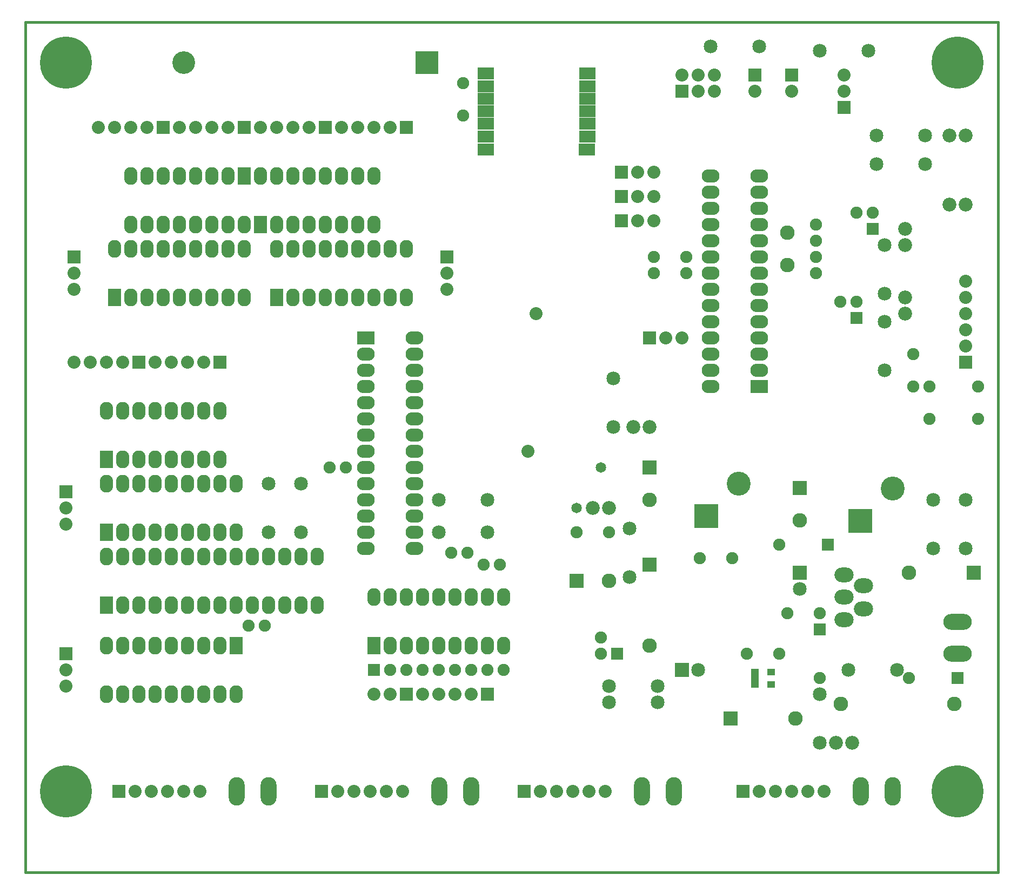
<source format=gts>
G04 (created by PCBNEW-RS274X (2011-05-25)-stable) date Tue 07 Aug 2012 06:20:32 PM MDT*
G01*
G70*
G90*
%MOIN*%
G04 Gerber Fmt 3.4, Leading zero omitted, Abs format*
%FSLAX34Y34*%
G04 APERTURE LIST*
%ADD10C,0.006000*%
%ADD11C,0.015000*%
%ADD12C,0.080000*%
%ADD13R,0.140000X0.140000*%
%ADD14C,0.140000*%
%ADD15R,0.080000X0.080000*%
%ADD16C,0.086000*%
%ADD17O,0.110000X0.082000*%
%ADD18R,0.110000X0.082000*%
%ADD19O,0.082000X0.110000*%
%ADD20R,0.082000X0.110000*%
%ADD21C,0.090000*%
%ADD22R,0.090000X0.090000*%
%ADD23R,0.075000X0.075000*%
%ADD24C,0.075000*%
%ADD25R,0.098700X0.075100*%
%ADD26O,0.176000X0.098000*%
%ADD27R,0.085000X0.085000*%
%ADD28C,0.085000*%
%ADD29R,0.050000X0.040000*%
%ADD30O,0.098000X0.176000*%
%ADD31O,0.118400X0.090900*%
%ADD32C,0.320000*%
%ADD33R,0.147600X0.147600*%
%ADD34C,0.147600*%
%ADD35C,0.065000*%
G04 APERTURE END LIST*
G54D10*
G54D11*
X28250Y-64750D02*
X28250Y-62500D01*
X88250Y-64750D02*
X88250Y-62500D01*
X88250Y-61250D02*
X88250Y-62500D01*
X28250Y-62500D02*
X28250Y-60750D01*
X28250Y-12250D02*
X28250Y-62250D01*
X88250Y-12250D02*
X28250Y-12250D01*
X88250Y-62250D02*
X88250Y-12250D01*
X28250Y-64750D02*
X88250Y-64750D01*
G54D12*
X59250Y-38750D03*
G54D13*
X53000Y-14750D03*
G54D14*
X38000Y-14750D03*
G54D15*
X65000Y-23000D03*
G54D12*
X66000Y-23000D03*
X67000Y-23000D03*
G54D15*
X65000Y-24500D03*
G54D12*
X66000Y-24500D03*
X67000Y-24500D03*
G54D15*
X65000Y-21500D03*
G54D12*
X66000Y-21500D03*
X67000Y-21500D03*
G54D15*
X34000Y-59750D03*
G54D12*
X35000Y-59750D03*
X36000Y-59750D03*
X37000Y-59750D03*
X38000Y-59750D03*
X39000Y-59750D03*
G54D15*
X46500Y-59750D03*
G54D12*
X47500Y-59750D03*
X48500Y-59750D03*
X49500Y-59750D03*
X50500Y-59750D03*
X51500Y-59750D03*
G54D16*
X85250Y-19250D03*
X86250Y-19250D03*
X86250Y-23500D03*
X85250Y-23500D03*
G54D17*
X49250Y-32750D03*
X49250Y-33750D03*
X49250Y-34750D03*
X49250Y-35750D03*
X49250Y-36750D03*
X49250Y-37750D03*
X49250Y-38750D03*
X49250Y-39750D03*
X49250Y-40750D03*
X49250Y-41750D03*
X49250Y-42750D03*
X49250Y-43750D03*
X49250Y-44750D03*
G54D18*
X49250Y-31750D03*
G54D17*
X52250Y-44750D03*
X52250Y-43750D03*
X52250Y-42750D03*
X52250Y-41750D03*
X52250Y-40750D03*
X52250Y-39750D03*
X52250Y-38750D03*
X52250Y-37750D03*
X52250Y-36750D03*
X52250Y-35750D03*
X52250Y-34750D03*
X52250Y-33750D03*
X52250Y-32750D03*
X52250Y-31750D03*
G54D19*
X34250Y-48250D03*
X35250Y-48250D03*
X36250Y-48250D03*
X37250Y-48250D03*
X38250Y-48250D03*
X39250Y-48250D03*
X40250Y-48250D03*
X41250Y-48250D03*
X42250Y-48250D03*
X43250Y-48250D03*
X44250Y-48250D03*
X45250Y-48250D03*
X46250Y-48250D03*
G54D20*
X33250Y-48250D03*
G54D19*
X46250Y-45250D03*
X45250Y-45250D03*
X44250Y-45250D03*
X43250Y-45250D03*
X42250Y-45250D03*
X41250Y-45250D03*
X40250Y-45250D03*
X39250Y-45250D03*
X38250Y-45250D03*
X37250Y-45250D03*
X36250Y-45250D03*
X35250Y-45250D03*
X34250Y-45250D03*
X33250Y-45250D03*
G54D20*
X49750Y-50750D03*
G54D19*
X50750Y-50750D03*
X51750Y-50750D03*
X52750Y-50750D03*
X53750Y-50750D03*
X54750Y-50750D03*
X55750Y-50750D03*
X56750Y-50750D03*
X57750Y-50750D03*
X57750Y-47750D03*
X56750Y-47750D03*
X55750Y-47750D03*
X54750Y-47750D03*
X53750Y-47750D03*
X52750Y-47750D03*
X51750Y-47750D03*
X50750Y-47750D03*
X49750Y-47750D03*
G54D21*
X82750Y-46250D03*
G54D22*
X86750Y-46250D03*
G54D23*
X85750Y-52750D03*
G54D24*
X82750Y-52750D03*
X69000Y-26750D03*
X67000Y-26750D03*
X74750Y-51250D03*
X72750Y-51250D03*
X55250Y-18000D03*
X55250Y-16000D03*
X77000Y-26750D03*
X77000Y-27750D03*
X69850Y-45350D03*
X71850Y-45350D03*
X77000Y-25750D03*
X77000Y-24750D03*
G54D15*
X59000Y-59750D03*
G54D12*
X60000Y-59750D03*
X61000Y-59750D03*
X62000Y-59750D03*
X63000Y-59750D03*
X64000Y-59750D03*
G54D22*
X66750Y-39750D03*
G54D21*
X66750Y-41750D03*
G54D24*
X83000Y-34750D03*
X83000Y-32750D03*
G54D21*
X66750Y-50750D03*
G54D22*
X66750Y-45750D03*
G54D21*
X75750Y-55250D03*
G54D22*
X71750Y-55250D03*
G54D23*
X77250Y-49750D03*
G54D24*
X77250Y-52750D03*
G54D23*
X77750Y-44500D03*
G54D24*
X74750Y-44500D03*
G54D15*
X72500Y-59750D03*
G54D12*
X73500Y-59750D03*
X74500Y-59750D03*
X75500Y-59750D03*
X76500Y-59750D03*
X77500Y-59750D03*
G54D25*
X62880Y-20093D03*
X62891Y-19305D03*
X62891Y-18518D03*
X62891Y-17750D03*
X62891Y-16982D03*
X62891Y-16195D03*
X62891Y-15407D03*
X56631Y-15407D03*
X56631Y-16195D03*
X56631Y-16982D03*
X56631Y-17750D03*
X56631Y-18518D03*
X56631Y-19305D03*
X56631Y-20093D03*
G54D17*
X73500Y-33750D03*
X73500Y-32750D03*
X73500Y-31750D03*
X73500Y-30750D03*
X73500Y-29750D03*
X73500Y-28750D03*
X73500Y-27750D03*
X73500Y-26750D03*
X73500Y-25750D03*
X73500Y-24750D03*
X73500Y-23750D03*
X73500Y-22750D03*
X73500Y-21750D03*
G54D18*
X73500Y-34750D03*
G54D17*
X70500Y-21750D03*
X70500Y-22750D03*
X70500Y-23750D03*
X70500Y-24750D03*
X70500Y-25750D03*
X70500Y-26750D03*
X70500Y-27750D03*
X70500Y-28750D03*
X70500Y-29750D03*
X70500Y-30750D03*
X70500Y-31750D03*
X70500Y-32750D03*
X70500Y-33750D03*
X70500Y-34750D03*
G54D15*
X68750Y-16500D03*
G54D12*
X68750Y-15500D03*
X69750Y-16500D03*
X69750Y-15500D03*
X70750Y-16500D03*
X70750Y-15500D03*
G54D24*
X87000Y-34750D03*
X87000Y-36750D03*
X84000Y-34750D03*
X84000Y-36750D03*
G54D26*
X85750Y-51240D03*
X85750Y-49270D03*
G54D27*
X68750Y-52250D03*
G54D28*
X69750Y-52250D03*
G54D22*
X62250Y-46750D03*
G54D21*
X64250Y-46750D03*
G54D24*
X64250Y-43750D03*
X62250Y-43750D03*
G54D22*
X76000Y-41000D03*
G54D21*
X76000Y-43000D03*
G54D27*
X76000Y-46250D03*
G54D28*
X76000Y-47250D03*
G54D24*
X75250Y-48750D03*
X77250Y-48750D03*
X67000Y-27750D03*
X69000Y-27750D03*
G54D28*
X67250Y-54250D03*
X64250Y-54250D03*
X64250Y-53250D03*
X67250Y-53250D03*
X86250Y-41750D03*
X86250Y-44750D03*
X84250Y-44750D03*
X84250Y-41750D03*
X45250Y-43750D03*
X45250Y-40750D03*
X70500Y-13750D03*
X73500Y-13750D03*
G54D23*
X64750Y-51250D03*
G54D24*
X63750Y-51250D03*
X63750Y-50250D03*
G54D29*
X73250Y-52375D03*
X73250Y-53125D03*
X74250Y-52375D03*
X73250Y-52750D03*
X74250Y-53125D03*
G54D21*
X75250Y-25250D03*
X75250Y-27250D03*
G54D20*
X43750Y-29250D03*
G54D19*
X44750Y-29250D03*
X45750Y-29250D03*
X46750Y-29250D03*
X47750Y-29250D03*
X48750Y-29250D03*
X49750Y-29250D03*
X50750Y-29250D03*
X51750Y-29250D03*
X51750Y-26250D03*
X50750Y-26250D03*
X49750Y-26250D03*
X48750Y-26250D03*
X47750Y-26250D03*
X46750Y-26250D03*
X45750Y-26250D03*
X44750Y-26250D03*
X43750Y-26250D03*
G54D20*
X33750Y-29250D03*
G54D19*
X34750Y-29250D03*
X35750Y-29250D03*
X36750Y-29250D03*
X37750Y-29250D03*
X38750Y-29250D03*
X39750Y-29250D03*
X40750Y-29250D03*
X41750Y-29250D03*
X41750Y-26250D03*
X40750Y-26250D03*
X39750Y-26250D03*
X38750Y-26250D03*
X37750Y-26250D03*
X36750Y-26250D03*
X35750Y-26250D03*
X34750Y-26250D03*
X33750Y-26250D03*
G54D20*
X33250Y-43750D03*
G54D19*
X34250Y-43750D03*
X35250Y-43750D03*
X36250Y-43750D03*
X37250Y-43750D03*
X38250Y-43750D03*
X39250Y-43750D03*
X40250Y-43750D03*
X41250Y-43750D03*
X41250Y-40750D03*
X40250Y-40750D03*
X39250Y-40750D03*
X38250Y-40750D03*
X37250Y-40750D03*
X36250Y-40750D03*
X35250Y-40750D03*
X34250Y-40750D03*
X33250Y-40750D03*
G54D20*
X41250Y-50750D03*
G54D19*
X40250Y-50750D03*
X39250Y-50750D03*
X38250Y-50750D03*
X37250Y-50750D03*
X36250Y-50750D03*
X35250Y-50750D03*
X34250Y-50750D03*
X33250Y-50750D03*
X33250Y-53750D03*
X34250Y-53750D03*
X35250Y-53750D03*
X36250Y-53750D03*
X37250Y-53750D03*
X38250Y-53750D03*
X39250Y-53750D03*
X40250Y-53750D03*
X41250Y-53750D03*
G54D28*
X83750Y-21000D03*
X80750Y-21000D03*
X83750Y-19250D03*
X80750Y-19250D03*
X53750Y-43750D03*
X56750Y-43750D03*
G54D30*
X41270Y-59750D03*
X43240Y-59750D03*
X79760Y-59750D03*
X81730Y-59750D03*
X53760Y-59750D03*
X55730Y-59750D03*
X66260Y-59750D03*
X68230Y-59750D03*
G54D20*
X41750Y-21750D03*
G54D19*
X40750Y-21750D03*
X39750Y-21750D03*
X38750Y-21750D03*
X37750Y-21750D03*
X36750Y-21750D03*
X35750Y-21750D03*
X34750Y-21750D03*
X34750Y-24750D03*
X35750Y-24750D03*
X36750Y-24750D03*
X37750Y-24750D03*
X38750Y-24750D03*
X39750Y-24750D03*
X40750Y-24750D03*
X41750Y-24750D03*
G54D20*
X42750Y-24750D03*
G54D19*
X43750Y-24750D03*
X44750Y-24750D03*
X45750Y-24750D03*
X46750Y-24750D03*
X47750Y-24750D03*
X48750Y-24750D03*
X49750Y-24750D03*
X49750Y-21750D03*
X48750Y-21750D03*
X47750Y-21750D03*
X46750Y-21750D03*
X45750Y-21750D03*
X44750Y-21750D03*
X43750Y-21750D03*
X42750Y-21750D03*
G54D15*
X86250Y-33250D03*
G54D12*
X86250Y-32250D03*
X86250Y-31250D03*
X86250Y-30250D03*
X86250Y-29250D03*
X86250Y-28250D03*
G54D31*
X78754Y-47750D03*
X78754Y-46372D03*
X78754Y-49128D03*
X79935Y-48459D03*
X79935Y-47041D03*
G54D32*
X30750Y-14750D03*
X85750Y-14750D03*
X30750Y-59750D03*
X85750Y-59750D03*
G54D23*
X49750Y-52250D03*
G54D24*
X50750Y-52250D03*
X51750Y-52250D03*
X52750Y-52250D03*
X53750Y-52250D03*
X54750Y-52250D03*
X55750Y-52250D03*
X56750Y-52250D03*
X57750Y-52250D03*
G54D28*
X81250Y-29000D03*
X81250Y-26000D03*
X81250Y-30750D03*
X81250Y-33750D03*
X53750Y-41750D03*
X56750Y-41750D03*
X43250Y-43750D03*
X43250Y-40750D03*
G54D15*
X51750Y-53750D03*
G54D12*
X50750Y-53750D03*
X49750Y-53750D03*
G54D15*
X54250Y-26750D03*
G54D12*
X54250Y-27750D03*
X54250Y-28750D03*
G54D15*
X31250Y-26750D03*
G54D12*
X31250Y-27750D03*
X31250Y-28750D03*
G54D15*
X30750Y-41250D03*
G54D12*
X30750Y-42250D03*
X30750Y-43250D03*
G54D15*
X30750Y-51250D03*
G54D12*
X30750Y-52250D03*
X30750Y-53250D03*
G54D16*
X82500Y-30250D03*
X82500Y-29250D03*
X82500Y-26000D03*
X82500Y-25000D03*
G54D20*
X33250Y-39250D03*
G54D19*
X34250Y-39250D03*
X35250Y-39250D03*
X36250Y-39250D03*
X37250Y-39250D03*
X38250Y-39250D03*
X39250Y-39250D03*
X40250Y-39250D03*
X40250Y-36250D03*
X39250Y-36250D03*
X38250Y-36250D03*
X37250Y-36250D03*
X36250Y-36250D03*
X35250Y-36250D03*
X34250Y-36250D03*
X33250Y-36250D03*
G54D15*
X41750Y-18750D03*
G54D12*
X40750Y-18750D03*
X39750Y-18750D03*
X38750Y-18750D03*
X37750Y-18750D03*
G54D15*
X51750Y-18750D03*
G54D12*
X50750Y-18750D03*
X49750Y-18750D03*
X48750Y-18750D03*
X47750Y-18750D03*
G54D15*
X56750Y-53750D03*
G54D12*
X55750Y-53750D03*
X54750Y-53750D03*
X53750Y-53750D03*
X52750Y-53750D03*
G54D15*
X40250Y-33250D03*
G54D12*
X39250Y-33250D03*
X38250Y-33250D03*
X37250Y-33250D03*
X36250Y-33250D03*
G54D23*
X79500Y-30500D03*
G54D24*
X79500Y-29500D03*
X78500Y-29500D03*
G54D23*
X80500Y-25000D03*
G54D24*
X80500Y-24000D03*
X79500Y-24000D03*
G54D15*
X75500Y-15500D03*
G54D12*
X75500Y-16500D03*
G54D15*
X73250Y-15500D03*
G54D12*
X73250Y-16500D03*
G54D15*
X36750Y-18750D03*
G54D12*
X35750Y-18750D03*
X34750Y-18750D03*
X33750Y-18750D03*
X32750Y-18750D03*
G54D15*
X46750Y-18750D03*
G54D12*
X45750Y-18750D03*
X44750Y-18750D03*
X43750Y-18750D03*
X42750Y-18750D03*
G54D15*
X35250Y-33250D03*
G54D12*
X34250Y-33250D03*
X33250Y-33250D03*
X32250Y-33250D03*
X31250Y-33250D03*
G54D28*
X77250Y-14000D03*
X80250Y-14000D03*
G54D15*
X66750Y-31750D03*
G54D12*
X67750Y-31750D03*
X68750Y-31750D03*
G54D15*
X78750Y-17500D03*
G54D12*
X78750Y-16500D03*
X78750Y-15500D03*
G54D21*
X78550Y-54350D03*
X85550Y-54350D03*
G54D33*
X70250Y-42750D03*
G54D34*
X72250Y-40750D03*
G54D33*
X79750Y-43050D03*
G54D34*
X81750Y-41050D03*
G54D24*
X42000Y-49500D03*
X43000Y-49500D03*
X48000Y-39750D03*
X47000Y-39750D03*
X54500Y-45000D03*
X55500Y-45000D03*
X56500Y-45750D03*
X57500Y-45750D03*
G54D28*
X79000Y-52250D03*
X82000Y-52250D03*
G54D35*
X63750Y-39750D03*
X62250Y-42250D03*
G54D16*
X66750Y-37250D03*
X65750Y-37250D03*
X78250Y-56750D03*
X79250Y-56750D03*
X63250Y-42250D03*
X64250Y-42250D03*
G54D28*
X65500Y-46500D03*
X65500Y-43500D03*
X64500Y-34250D03*
X64500Y-37250D03*
X77250Y-53750D03*
X77250Y-56750D03*
G54D12*
X59750Y-30250D03*
M02*

</source>
